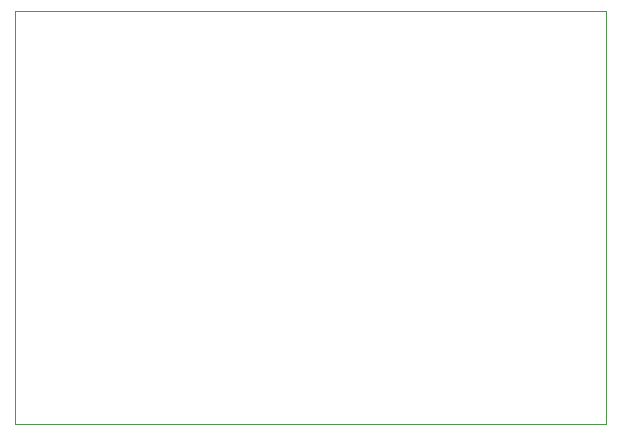
<source format=gbr>
%TF.GenerationSoftware,KiCad,Pcbnew,(6.0.8-1)-1*%
%TF.CreationDate,2022-12-26T00:28:58-06:00*%
%TF.ProjectId,CAN Distribution With Debug,43414e20-4469-4737-9472-69627574696f,rev?*%
%TF.SameCoordinates,Original*%
%TF.FileFunction,Profile,NP*%
%FSLAX46Y46*%
G04 Gerber Fmt 4.6, Leading zero omitted, Abs format (unit mm)*
G04 Created by KiCad (PCBNEW (6.0.8-1)-1) date 2022-12-26 00:28:58*
%MOMM*%
%LPD*%
G01*
G04 APERTURE LIST*
%TA.AperFunction,Profile*%
%ADD10C,0.100000*%
%TD*%
G04 APERTURE END LIST*
D10*
X94000000Y-85100000D02*
X144000000Y-85100000D01*
X144000000Y-85100000D02*
X144000000Y-120100000D01*
X144000000Y-120100000D02*
X94000000Y-120100000D01*
X94000000Y-120100000D02*
X94000000Y-85100000D01*
M02*

</source>
